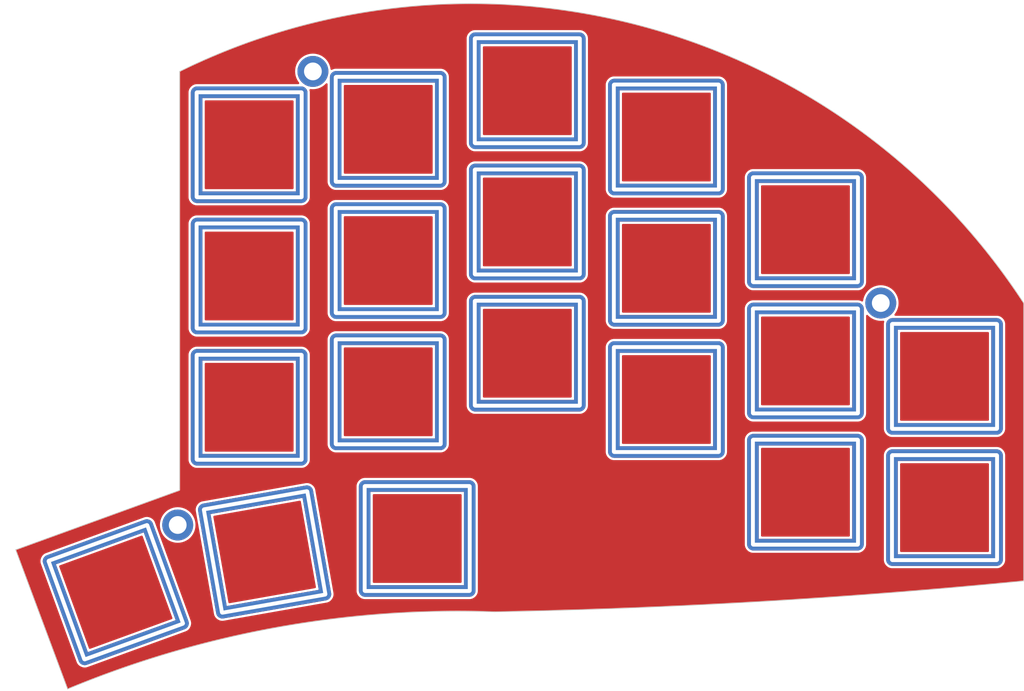
<source format=kicad_pcb>
(kicad_pcb (version 20221018) (generator pcbnew)
  (layers (0 "F.Cu" signal) (31 "B.Cu" signal) (34 "B.Paste" user) (35 "F.Paste" user) (36 "B.SilkS" user "B.Silkscreen") (37 "F.SilkS" user "F.Silkscreen") (38 "B.Mask" user) (39 "F.Mask" user) (44 "Edge.Cuts" user))
  (net 0 "")
  (footprint "kbd:M2_HOLE_v3" (layer "F.Cu") (at 103.75 111.25)
    (fp_text reference "Ref**" hide)
    (fp_text value "Val**" hide)
    (pad "1" thru_hole circle (at 0 0) (size 4 4) (drill 2.3) (layers "*.Cu" "*.Mask"))
  )
  (footprint "kbd:SW_Hole_TH" (layer "F.Cu") (at 113 96)
    (fp_text reference "SW2" hide)
    (fp_text value "KEY_SWITCH" hide)
    (pad "1" thru_hole oval (at -6.8 0) (size 1.5 15) (drill oval 0.5 14) (layers "*.Cu" "*.Mask"))
    (pad "1" thru_hole oval (at 0 -6.8 90) (size 1.5 15) (drill oval 0.5 14) (layers "*.Cu" "*.Mask"))
    (pad "1" thru_hole oval (at 0 6.8 90) (size 1.5 15) (drill oval 0.5 14) (layers "*.Cu" "*.Mask"))
    (pad "1" thru_hole oval (at 6.8 0) (size 1.5 15) (drill oval 0.5 14) (layers "*.Cu" "*.Mask"))
  )
  (footprint "kbd:SW_Hole_TH" (layer "F.Cu") (at 131 60)
    (fp_text reference "SW2" hide)
    (fp_text value "KEY_SWITCH" hide)
    (pad "1" thru_hole oval (at -6.8 0) (size 1.5 15) (drill oval 0.5 14) (layers "*.Cu" "*.Mask"))
    (pad "1" thru_hole oval (at 0 -6.8 90) (size 1.5 15) (drill oval 0.5 14) (layers "*.Cu" "*.Mask"))
    (pad "1" thru_hole oval (at 0 6.8 90) (size 1.5 15) (drill oval 0.5 14) (layers "*.Cu" "*.Mask"))
    (pad "1" thru_hole oval (at 6.8 0) (size 1.5 15) (drill oval 0.5 14) (layers "*.Cu" "*.Mask"))
  )
  (footprint "kbd:SW_Hole_TH" (layer "F.Cu") (at 203 109)
    (fp_text reference "SW2" hide)
    (fp_text value "KEY_SWITCH" hide)
    (pad "1" thru_hole oval (at -6.8 0) (size 1.5 15) (drill oval 0.5 14) (layers "*.Cu" "*.Mask"))
    (pad "1" thru_hole oval (at 0 -6.8 90) (size 1.5 15) (drill oval 0.5 14) (layers "*.Cu" "*.Mask"))
    (pad "1" thru_hole oval (at 0 6.8 90) (size 1.5 15) (drill oval 0.5 14) (layers "*.Cu" "*.Mask"))
    (pad "1" thru_hole oval (at 6.8 0) (size 1.5 15) (drill oval 0.5 14) (layers "*.Cu" "*.Mask"))
  )
  (footprint "kbd:SW_Hole_TH" (layer "F.Cu") (at 134.75 113)
    (fp_text reference "SW2" hide)
    (fp_text value "KEY_SWITCH" hide)
    (pad "1" thru_hole oval (at -6.8 0) (size 1.5 15) (drill oval 0.5 14) (layers "*.Cu" "*.Mask"))
    (pad "1" thru_hole oval (at 0 -6.8 90) (size 1.5 15) (drill oval 0.5 14) (layers "*.Cu" "*.Mask"))
    (pad "1" thru_hole oval (at 0 6.8 90) (size 1.5 15) (drill oval 0.5 14) (layers "*.Cu" "*.Mask"))
    (pad "1" thru_hole oval (at 6.8 0) (size 1.5 15) (drill oval 0.5 14) (layers "*.Cu" "*.Mask"))
  )
  (footprint "kbd:SW_Hole_TH" (layer "F.Cu") (at 149 72)
    (fp_text reference "SW2" hide)
    (fp_text value "KEY_SWITCH" hide)
    (pad "1" thru_hole oval (at -6.8 0) (size 1.5 15) (drill oval 0.5 14) (layers "*.Cu" "*.Mask"))
    (pad "1" thru_hole oval (at 0 -6.8 90) (size 1.5 15) (drill oval 0.5 14) (layers "*.Cu" "*.Mask"))
    (pad "1" thru_hole oval (at 0 6.8 90) (size 1.5 15) (drill oval 0.5 14) (layers "*.Cu" "*.Mask"))
    (pad "1" thru_hole oval (at 6.8 0) (size 1.5 15) (drill oval 0.5 14) (layers "*.Cu" "*.Mask"))
  )
  (footprint "kbd:SW_Hole_TH" (layer "F.Cu") (at 203 92)
    (fp_text reference "SW2" hide)
    (fp_text value "KEY_SWITCH" hide)
    (pad "1" thru_hole oval (at -6.8 0) (size 1.5 15) (drill oval 0.5 14) (layers "*.Cu" "*.Mask"))
    (pad "1" thru_hole oval (at 0 -6.8 90) (size 1.5 15) (drill oval 0.5 14) (layers "*.Cu" "*.Mask"))
    (pad "1" thru_hole oval (at 0 6.8 90) (size 1.5 15) (drill oval 0.5 14) (layers "*.Cu" "*.Mask"))
    (pad "1" thru_hole oval (at 6.8 0) (size 1.5 15) (drill oval 0.5 14) (layers "*.Cu" "*.Mask"))
  )
  (footprint "kbd:SW_Hole_TH" (layer "F.Cu") (at 167 95)
    (fp_text reference "SW2" hide)
    (fp_text value "KEY_SWITCH" hide)
    (pad "1" thru_hole oval (at -6.8 0) (size 1.5 15) (drill oval 0.5 14) (layers "*.Cu" "*.Mask"))
    (pad "1" thru_hole oval (at 0 -6.8 90) (size 1.5 15) (drill oval 0.5 14) (layers "*.Cu" "*.Mask"))
    (pad "1" thru_hole oval (at 0 6.8 90) (size 1.5 15) (drill oval 0.5 14) (layers "*.Cu" "*.Mask"))
    (pad "1" thru_hole oval (at 6.8 0) (size 1.5 15) (drill oval 0.5 14) (layers "*.Cu" "*.Mask"))
  )
  (footprint "kbd:SW_Hole_TH" (layer "F.Cu") (at 131 77)
    (fp_text reference "SW2" hide)
    (fp_text value "KEY_SWITCH" hide)
    (pad "1" thru_hole oval (at -6.8 0) (size 1.5 15) (drill oval 0.5 14) (layers "*.Cu" "*.Mask"))
    (pad "1" thru_hole oval (at 0 -6.8 90) (size 1.5 15) (drill oval 0.5 14) (layers "*.Cu" "*.Mask"))
    (pad "1" thru_hole oval (at 0 6.8 90) (size 1.5 15) (drill oval 0.5 14) (layers "*.Cu" "*.Mask"))
    (pad "1" thru_hole oval (at 6.8 0) (size 1.5 15) (drill oval 0.5 14) (layers "*.Cu" "*.Mask"))
  )
  (footprint "kbd:SW_Hole_TH" (layer "F.Cu") (at 185 73)
    (fp_text reference "SW2" hide)
    (fp_text value "KEY_SWITCH" hide)
    (pad "1" thru_hole oval (at -6.8 0) (size 1.5 15) (drill oval 0.5 14) (layers "*.Cu" "*.Mask"))
    (pad "1" thru_hole oval (at 0 -6.8 90) (size 1.5 15) (drill oval 0.5 14) (layers "*.Cu" "*.Mask"))
    (pad "1" thru_hole oval (at 0 6.8 90) (size 1.5 15) (drill oval 0.5 14) (layers "*.Cu" "*.Mask"))
    (pad "1" thru_hole oval (at 6.8 0) (size 1.5 15) (drill oval 0.5 14) (layers "*.Cu" "*.Mask"))
  )
  (footprint "kbd:M2_HOLE_v3" (layer "F.Cu") (at 121.25 52.5)
    (fp_text reference "Ref**" hide)
    (fp_text value "Val**" hide)
    (pad "1" thru_hole circle (at 0 0) (size 4 4) (drill 2.3) (layers "*.Cu" "*.Mask"))
  )
  (footprint "kbd:SW_Hole_TH" (layer "F.Cu") (at 95.736884 119.9584 20)
    (fp_text reference "SW2" hide)
    (fp_text value "KEY_SWITCH" hide)
    (pad "1" thru_hole oval (at -6.8 0 20) (size 1.5 15) (drill oval 0.5 14) (layers "*.Cu" "*.Mask"))
    (pad "1" thru_hole oval (at 0 -6.8 110) (size 1.5 15) (drill oval 0.5 14) (layers "*.Cu" "*.Mask"))
    (pad "1" thru_hole oval (at 0 6.8 110) (size 1.5 15) (drill oval 0.5 14) (layers "*.Cu" "*.Mask"))
    (pad "1" thru_hole oval (at 6.8 0 20) (size 1.5 15) (drill oval 0.5 14) (layers "*.Cu" "*.Mask"))
  )
  (footprint "kbd:SW_Hole_TH" (layer "F.Cu") (at 167 61)
    (fp_text reference "SW2" hide)
    (fp_text value "KEY_SWITCH" hide)
    (pad "1" thru_hole oval (at -6.8 0) (size 1.5 15) (drill oval 0.5 14) (layers "*.Cu" "*.Mask"))
    (pad "1" thru_hole oval (at 0 -6.8 90) (size 1.5 15) (drill oval 0.5 14) (layers "*.Cu" "*.Mask"))
    (pad "1" thru_hole oval (at 0 6.8 90) (size 1.5 15) (drill oval 0.5 14) (layers "*.Cu" "*.Mask"))
    (pad "1" thru_hole oval (at 6.8 0) (size 1.5 15) (drill oval 0.5 14) (layers "*.Cu" "*.Mask"))
  )
  (footprint "kbd:SW_Hole_TH" (layer "F.Cu") (at 113 62)
    (fp_text reference "SW2" hide)
    (fp_text value "KEY_SWITCH" hide)
    (pad "1" thru_hole oval (at -6.8 0) (size 1.5 15) (drill oval 0.5 14) (layers "*.Cu" "*.Mask"))
    (pad "1" thru_hole oval (at 0 -6.8 90) (size 1.5 15) (drill oval 0.5 14) (layers "*.Cu" "*.Mask"))
    (pad "1" thru_hole oval (at 0 6.8 90) (size 1.5 15) (drill oval 0.5 14) (layers "*.Cu" "*.Mask"))
    (pad "1" thru_hole oval (at 6.8 0) (size 1.5 15) (drill oval 0.5 14) (layers "*.Cu" "*.Mask"))
  )
  (footprint "kbd:SW_Hole_TH" (layer "F.Cu") (at 185 107)
    (fp_text reference "SW2" hide)
    (fp_text value "KEY_SWITCH" hide)
    (pad "1" thru_hole oval (at -6.8 0) (size 1.5 15) (drill oval 0.5 14) (layers "*.Cu" "*.Mask"))
    (pad "1" thru_hole oval (at 0 -6.8 90) (size 1.5 15) (drill oval 0.5 14) (layers "*.Cu" "*.Mask"))
    (pad "1" thru_hole oval (at 0 6.8 90) (size 1.5 15) (drill oval 0.5 14) (layers "*.Cu" "*.Mask"))
    (pad "1" thru_hole oval (at 6.8 0) (size 1.5 15) (drill oval 0.5 14) (layers "*.Cu" "*.Mask"))
  )
  (footprint "kbd:SW_Hole_TH" (layer "F.Cu") (at 149 55)
    (fp_text reference "SW2" hide)
    (fp_text value "KEY_SWITCH" hide)
    (pad "1" thru_hole oval (at -6.8 0) (size 1.5 15) (drill oval 0.5 14) (layers "*.Cu" "*.Mask"))
    (pad "1" thru_hole oval (at 0 -6.8 90) (size 1.5 15) (drill oval 0.5 14) (layers "*.Cu" "*.Mask"))
    (pad "1" thru_hole oval (at 0 6.8 90) (size 1.5 15) (drill oval 0.5 14) (layers "*.Cu" "*.Mask"))
    (pad "1" thru_hole oval (at 6.8 0) (size 1.5 15) (drill oval 0.5 14) (layers "*.Cu" "*.Mask"))
  )
  (footprint "kbd:SW_Hole_TH" (layer "F.Cu") (at 113 79)
    (fp_text reference "SW2" hide)
    (fp_text value "KEY_SWITCH" hide)
    (pad "1" thru_hole oval (at -6.8 0) (size 1.5 15) (drill oval 0.5 14) (layers "*.Cu" "*.Mask"))
    (pad "1" thru_hole oval (at 0 -6.8 90) (size 1.5 15) (drill oval 0.5 14) (layers "*.Cu" "*.Mask"))
    (pad "1" thru_hole oval (at 0 6.8 90) (size 1.5 15) (drill oval 0.5 14) (layers "*.Cu" "*.Mask"))
    (pad "1" thru_hole oval (at 6.8 0) (size 1.5 15) (drill oval 0.5 14) (layers "*.Cu" "*.Mask"))
  )
  (footprint "kbd:SW_Hole_TH" (layer "F.Cu") (at 131 94)
    (fp_text reference "SW2" hide)
    (fp_text value "KEY_SWITCH" hide)
    (pad "1" thru_hole oval (at -6.8 0) (size 1.5 15) (drill oval 0.5 14) (layers "*.Cu" "*.Mask"))
    (pad "1" thru_hole oval (at 0 -6.8 90) (size 1.5 15) (drill oval 0.5 14) (layers "*.Cu" "*.Mask"))
    (pad "1" thru_hole oval (at 0 6.8 90) (size 1.5 15) (drill oval 0.5 14) (layers "*.Cu" "*.Mask"))
    (pad "1" thru_hole oval (at 6.8 0) (size 1.5 15) (drill oval 0.5 14) (layers "*.Cu" "*.Mask"))
  )
  (footprint "kbd:SW_Hole_TH" (layer "F.Cu") (at 185 90)
    (fp_text reference "SW2" hide)
    (fp_text value "KEY_SWITCH" hide)
    (pad "1" thru_hole oval (at -6.8 0) (size 1.5 15) (drill oval 0.5 14) (layers "*.Cu" "*.Mask"))
    (pad "1" thru_hole oval (at 0 -6.8 90) (size 1.5 15) (drill oval 0.5 14) (layers "*.Cu" "*.Mask"))
    (pad "1" thru_hole oval (at 0 6.8 90) (size 1.5 15) (drill oval 0.5 14) (layers "*.Cu" "*.Mask"))
    (pad "1" thru_hole oval (at 6.8 0) (size 1.5 15) (drill oval 0.5 14) (layers "*.Cu" "*.Mask"))
  )
  (footprint "kbd:SW_Hole_TH" (layer "F.Cu") (at 115.001148 114.741366 10)
    (fp_text reference "SW2" hide)
    (fp_text value "KEY_SWITCH" hide)
    (pad "1" thru_hole oval (at -6.8 0 10) (size 1.5 15) (drill oval 0.5 14) (layers "*.Cu" "*.Mask"))
    (pad "1" thru_hole oval (at 0 -6.8 100) (size 1.5 15) (drill oval 0.5 14) (layers "*.Cu" "*.Mask"))
    (pad "1" thru_hole oval (at 0 6.8 100) (size 1.5 15) (drill oval 0.5 14) (layers "*.Cu" "*.Mask"))
    (pad "1" thru_hole oval (at 6.8 0 10) (size 1.5 15) (drill oval 0.5 14) (layers "*.Cu" "*.Mask"))
  )
  (footprint "kbd:SW_Hole_TH" (layer "F.Cu") (at 167 78)
    (fp_text reference "SW2" hide)
    (fp_text value "KEY_SWITCH" hide)
    (pad "1" thru_hole oval (at -6.8 0) (size 1.5 15) (drill oval 0.5 14) (layers "*.Cu" "*.Mask"))
    (pad "1" thru_hole oval (at 0 -6.8 90) (size 1.5 15) (drill oval 0.5 14) (layers "*.Cu" "*.Mask"))
    (pad "1" thru_hole oval (at 0 6.8 90) (size 1.5 15) (drill oval 0.5 14) (layers "*.Cu" "*.Mask"))
    (pad "1" thru_hole oval (at 6.8 0) (size 1.5 15) (drill oval 0.5 14) (layers "*.Cu" "*.Mask"))
  )
  (footprint "kbd:M2_HOLE_v3" (layer "F.Cu") (at 194.75 82.5)
    (fp_text reference "Ref**" hide)
    (fp_text value "Val**" hide)
    (pad "1" thru_hole circle (at 0 0) (size 4 4) (drill 2.3) (layers "*.Cu" "*.Mask"))
  )
  (footprint "kbd:SW_Hole_TH" (layer "F.Cu") (at 149 89)
    (fp_text reference "SW2" hide)
    (fp_text value "KEY_SWITCH" hide)
    (pad "1" thru_hole oval (at -6.8 0) (size 1.5 15) (drill oval 0.5 14) (layers "*.Cu" "*.Mask"))
    (pad "1" thru_hole oval (at 0 -6.8 90) (size 1.5 15) (drill oval 0.5 14) (layers "*.Cu" "*.Mask"))
    (pad "1" thru_hole oval (at 0 6.8 90) (size 1.5 15) (drill oval 0.5 14) (layers "*.Cu" "*.Mask"))
    (pad "1" thru_hole oval (at 6.8 0) (size 1.5 15) (drill oval 0.5 14) (layers "*.Cu" "*.Mask"))
  )
  (gr_line (start 82.777286 114.456343) (end 89.5 132.5) (stroke (width 0.1)) (layer "Edge.Cuts"))
  (gr_line (start 104 52.5) (end 104 106.75) (stroke (width 0.1)) (layer "Edge.Cuts"))
  (gr_arc (start 89.5 132.5) (mid 116.58532 124.51827) (end 144.75 122.5) (stroke (width 0.1)) (layer "Edge.Cuts"))
  (gr_arc (start 213.25 118.5) (mid 179.039787 121.181348) (end 144.75 122.5) (stroke (width 0.1)) (layer "Edge.Cuts"))
  (gr_line (start 82.777286 114.456343) (end 104 106.75) (stroke (width 0.1)) (layer "Edge.Cuts"))
  (gr_line (start 213.25 118.5) (end 213.25 82.5) (stroke (width 0.1)) (layer "Edge.Cuts"))
  (gr_arc (start 104 52.5) (mid 164.320592 46.758552) (end 213.25 82.5) (stroke (width 0.1)) (layer "Edge.Cuts"))
  (zone (net 0) (net_name "") (layer "F.Cu") (name "RGND") (priority 1) (connect_pads (clearance 0.3)) (min_thickness 0.25) (fill yes (thermal_gap 0.5) (thermal_bridge_width 0.5) (island_removal_mode 1) (island_area_min 10))
    (polygon (pts (xy 80.75 43.25) (xy 213.25 43.25) (xy 213.25 132.75) (xy 80.75 132.75)))
  )
)
</source>
